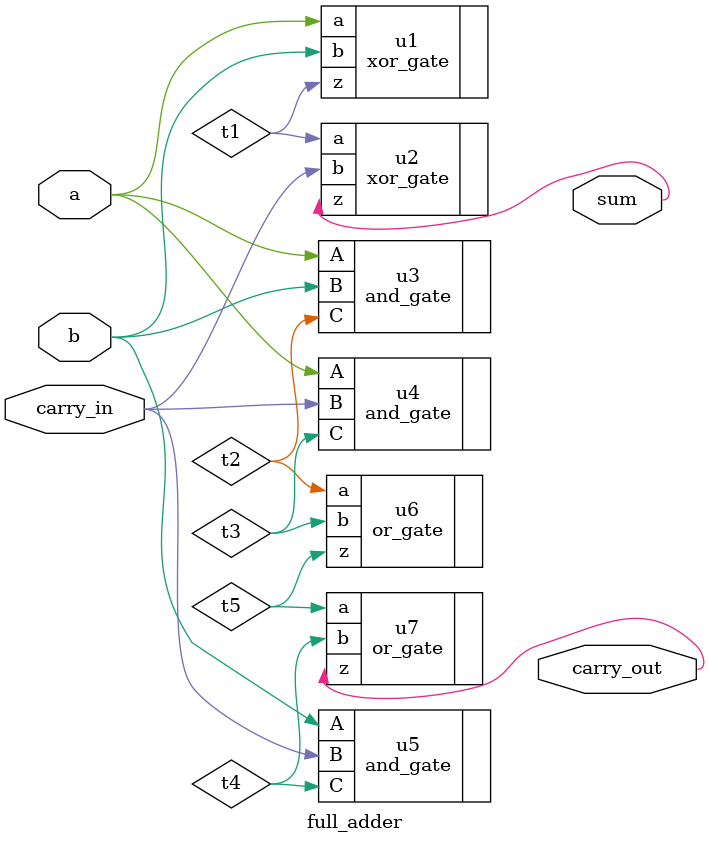
<source format=v>
`timescale 1ns / 1ps

module full_adder(
  input a,
  input b,
  input carry_in,
  output sum,
  output carry_out
);
wire t1,t2,t3,t4,t5;
xor_gate u1(.a(a), .b(b), .z(t1));
xor_gate u2(.a(t1), .b(carry_in), .z(sum));
and_gate u3(.A(a), .B(b), .C(t2));
and_gate u4(.A(a), .B(carry_in), .C(t3));
and_gate u5(.A(b), .B(carry_in), .C(t4));
or_gate u6(.a(t2), .b(t3), .z(t5));
or_gate u7(.a(t5), .b(t4), .z(carry_out));

 // assign sum = a ^ b ^ carry_in;
 //assign carry_out = (a & b) | (a & carry_in) | (b & carry_in);
 
 endmodule
</source>
